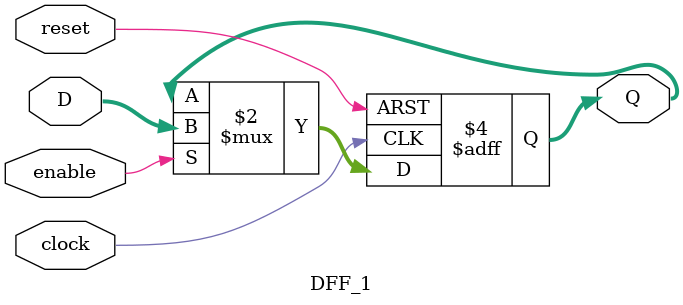
<source format=v>
module DFF_1 (output reg [127:0] Q, input [127:0] D, input enable, clock, reset);
	always @(posedge clock, posedge reset) begin
		if (reset)
			Q <= 128'd0;
		else if (enable)
			Q <= D;
	end
endmodule

</source>
